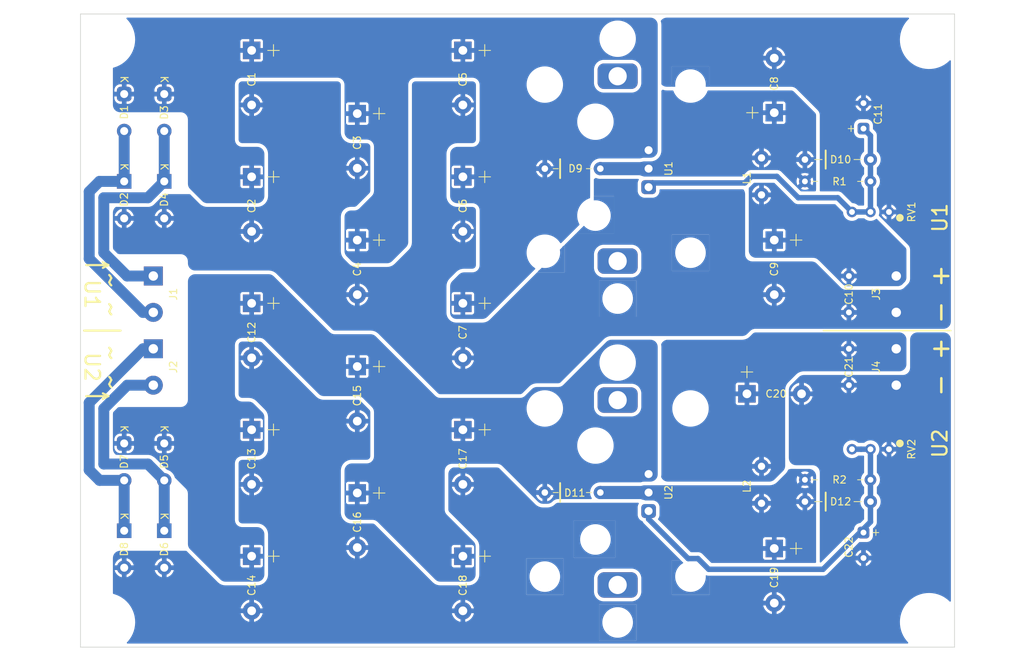
<source format=kicad_pcb>
(kicad_pcb (version 20211014) (generator pcbnew)
  (layers (0 "F.Cu" signal) (31 "B.Cu" signal) (34 "B.Paste" user) (35 "F.Paste" user) (36 "B.SilkS" user "B.Silkscreen") (37 "F.SilkS" user "F.Silkscreen") (38 "B.Mask" user) (39 "F.Mask" user) (44 "Edge.Cuts" user))
  (net 0 "")
  (net 1 "/pos1_u")
  (net 2 "/neg_1")
  (net 3 "/pos1_r")
  (net 4 "/pos1_f")
  (net 5 "/adj_1")
  (net 6 "/pos2_u")
  (net 7 "/neg2")
  (net 8 "/pos2_r")
  (net 9 "/pos2_f")
  (net 10 "/adj_2")
  (net 11 "/ac1_2")
  (net 12 "/ac1_1")
  (net 13 "/ac2_2")
  (net 14 "/ac2_1")
  (footprint "analoghifi:D_DO-41_SOD81_short_P9.0mm_Horiz_minSilk" (layer "F.Cu") (at 159.46 80)
    (fp_text reference "D10" (at 4.9 0) (layer "F.SilkS"))
    (fp_text value "1N4007")
    (fp_line (start 7.76 0) (end 6.74 0) (layer "F.SilkS") (width 0.12))
    (fp_line (start 2.85 -1.25) (end 2.85 1.25) (layer "F.SilkS") (width 0.254))
    (fp_line (start 1.34 0) (end 2.36 0) (layer "F.SilkS") (width 0.12))
    (pad "1" thru_hole oval (at 0 0) (size 1.8 1.8) (drill 0.9) (layers *.Cu *.Mask) (net 3 "/pos1_r"))
    (pad "2" thru_hole oval (at 9 0) (size 1.8 1.8) (drill 0.9) (layers *.Cu *.Mask) (net 5 "/adj_1"))
  )
  (footprint "analoghifi:CP_Radial_Black_D16.2mm_H36mm_P7.50mm_minimal_silk" (layer "F.Cu") (at 112.5 82.375 -90)
    (fp_text reference "C6" (at 4 0 -90) (layer "F.SilkS"))
    (fp_text value "2200µF")
    (fp_line (start -0.8 -3) (end 0.8 -3) (layer "F.SilkS") (width 0.12))
    (fp_line (start 0 -3.8) (end 0 -2.2) (layer "F.SilkS") (width 0.12))
    (pad "1" thru_hole rect (at 0 0 270) (size 2.4 2.4) (drill 1.2) (layers *.Cu *.Mask) (net 1 "/pos1_u"))
    (pad "2" thru_hole circle (at 7.5 0 315) (size 2.4 2.4) (drill 1.2) (layers *.Cu *.Mask) (net 2 "/neg_1"))
  )
  (footprint "Capacitor_THT:C_Rect_L7.2mm_W2.5mm_P5.00mm_FKS2_FKP2_MKS2_MKP2" (layer "F.Cu") (at 165.5 106 -90)
    (fp_text reference "C21" (at 2.5 0 90) (layer "F.SilkS"))
    (fp_text value "100nF")
    (pad "1" thru_hole circle (at 0 0 315) (size 1.6 1.6) (drill 0.8) (layers *.Cu *.Mask) (net 9 "/pos2_f"))
    (pad "2" thru_hole circle (at 5 0 315) (size 1.6 1.6) (drill 0.8) (layers *.Cu *.Mask) (net 7 "/neg2"))
  )
  (footprint "analoghifi:TO-220-2_Vertical_noSilk" (layer "F.Cu") (at 71.5 83 -90)
    (fp_text reference "D4" (at 2.5 0 -90) (layer "F.SilkS"))
    (fp_text value "BYW29-200")
    (fp_text user "K" (at -2 0 -90 unlocked) (layer "F.SilkS"))
    (pad "1" thru_hole rect (at 0 0 270) (size 2 2) (drill 1.1) (layers *.Cu *.Mask) (net 12 "/ac1_1"))
    (pad "2" thru_hole oval (at 5.08 0 270) (size 2 2) (drill 1.1) (layers *.Cu *.Mask) (net 2 "/neg_1"))
  )
  (footprint "analoghifi:Heatsink_Fischer_SK129-STS_42x25mm_2xDrill2.5mm_noSilk" (layer "F.Cu") (at 133.75 125.75 90)
    (fp_text reference "REF**" hide)
    (fp_text value "Heatsink_Fischer_SK129-STS_42x25mm_2xDrill2.5mm_noSilk")
    (pad "1" thru_hole roundrect (at 12.7 0 90) (size 3.5 5.5) (drill 2.5) (layers *.Cu *.Mask))
    (pad "1" thru_hole roundrect (at -12.7 0 270) (size 3.5 5.5) (drill 2.5) (layers *.Cu *.Mask))
  )
  (footprint "MountingHole:MountingHole_3.2mm_M3" (layer "F.Cu") (at 176.5 143.5)
    (fp_text reference "REF**" hide)
    (fp_text value "MountingHole_3.2mm_M3")
    (pad "" np_thru_hole circle locked (at 0 0) (size 3.2 3.2) (drill 3.2) (layers *.Cu *.Mask))
  )
  (footprint "analoghifi:TO-220-2_Vertical_noSilk" (layer "F.Cu") (at 71.5 71 -90)
    (fp_text reference "D3" (at 2.54 0 -90) (layer "F.SilkS"))
    (fp_text value "BYW29-200")
    (fp_text user "K" (at -2 0 -90 unlocked) (layer "F.SilkS"))
    (pad "1" thru_hole roundrect (at 0 0 270) (size 2 2) (drill 1.1) (layers *.Cu *.Mask) (net 1 "/pos1_u"))
    (pad "2" thru_hole oval (at 5.08 0 270) (size 2 2) (drill 1.1) (layers *.Cu *.Mask) (net 12 "/ac1_1"))
  )
  (footprint "analoghifi:TO-220-2_Vertical_noSilk" (layer "F.Cu") (at 66 131 -90)
    (fp_text reference "D8" (at 2.54 0 -90) (layer "F.SilkS"))
    (fp_text value "BYW29-200")
    (fp_text user "K" (at -2 0 -90 unlocked) (layer "F.SilkS"))
    (pad "1" thru_hole rect (at 0 0 270) (size 2 2) (drill 1.1) (layers *.Cu *.Mask) (net 14 "/ac2_1"))
    (pad "2" thru_hole oval (at 5.08 0 270) (size 2 2) (drill 1.1) (layers *.Cu *.Mask) (net 7 "/neg2"))
  )
  (footprint "MountingHole:MountingHole_4mm" (layer "F.Cu") (at 133.75 107.9)
    (fp_text reference "REF**" hide)
    (fp_text value "MountingHole_4mm")
    (pad "" np_thru_hole circle locked (at 0 0) (size 4 4) (drill 4) (layers *.Cu *.Mask))
  )
  (footprint "analoghifi:D_DO-41_SOD81_short_P9.0mm_Horiz_minSilk" (layer "F.Cu") (at 159.46 127)
    (fp_text reference "D12" (at 4.9 0) (layer "F.SilkS"))
    (fp_text value "1N4007")
    (fp_line (start 2.85 -1.25) (end 2.85 1.25) (layer "F.SilkS") (width 0.254))
    (fp_line (start 1.34 0) (end 2.36 0) (layer "F.SilkS") (width 0.12))
    (fp_line (start 7.76 0) (end 6.74 0) (layer "F.SilkS") (width 0.12))
    (pad "1" thru_hole oval (at 0 0) (size 1.8 1.8) (drill 0.9) (layers *.Cu *.Mask) (net 8 "/pos2_r"))
    (pad "2" thru_hole oval (at 9 0) (size 1.8 1.8) (drill 0.9) (layers *.Cu *.Mask) (net 10 "/adj_2"))
  )
  (footprint "MountingHole:MountingHole_4mm" (layer "F.Cu") (at 130.7 119.3)
    (fp_text reference "REF**" hide)
    (fp_text value "MountingHole_4mm")
    (pad "" np_thru_hole circle locked (at 0 0) (size 4 4) (drill 4) (layers *.Cu *.Mask))
  )
  (footprint "analoghifi:CP_Radial_Black_D16.2mm_H36mm_P7.50mm_minimal_silk" (layer "F.Cu") (at 98 73.6875 -90)
    (fp_text reference "C3" (at 4 0 -90) (layer "F.SilkS"))
    (fp_text value "2200µF")
    (fp_line (start -0.8 -3) (end 0.8 -3) (layer "F.SilkS") (width 0.12))
    (fp_line (start 0 -3.8) (end 0 -2.2) (layer "F.SilkS") (width 0.12))
    (pad "1" thru_hole rect (at 0 0 270) (size 2.4 2.4) (drill 1.2) (layers *.Cu *.Mask) (net 1 "/pos1_u"))
    (pad "2" thru_hole circle (at 7.5 0 315) (size 2.4 2.4) (drill 1.2) (layers *.Cu *.Mask) (net 2 "/neg_1"))
  )
  (footprint "analoghifi:CP_Radial_Black_D16.2mm_H36mm_P7.50mm_minimal_silk" (layer "F.Cu") (at 98 108.4375 -90)
    (fp_text reference "C15" (at 4 0 -90) (layer "F.SilkS"))
    (fp_text value "2200µF")
    (fp_line (start -0.8 -3) (end 0.8 -3) (layer "F.SilkS") (width 0.12))
    (fp_line (start 0 -3.8) (end 0 -2.2) (layer "F.SilkS") (width 0.12))
    (pad "1" thru_hole rect (at 0 0 270) (size 2.4 2.4) (drill 1.2) (layers *.Cu *.Mask) (net 6 "/pos2_u"))
    (pad "2" thru_hole circle (at 7.5 0 315) (size 2.4 2.4) (drill 1.2) (layers *.Cu *.Mask) (net 7 "/neg2"))
  )
  (footprint "Potentiometer_THT:Potentiometer_Bourns_3296W_Vertical" (layer "F.Cu") (at 171 87.2)
    (fp_text reference "RV1" (at 3.1 0 270) (layer "F.SilkS"))
    (fp_text value "5kΩ")
    (pad "1" thru_hole circle (at 0 0 45) (size 1.44 1.44) (drill 0.8) (layers *.Cu *.Mask) (net 2 "/neg_1"))
    (pad "2" thru_hole circle (at -2.54 0) (size 1.44 1.44) (drill 0.8) (layers *.Cu *.Mask) (net 5 "/adj_1"))
    (pad "3" thru_hole circle (at -5.08 0) (size 1.44 1.44) (drill 0.8) (layers *.Cu *.Mask) (net 5 "/adj_1"))
  )
  (footprint "MountingHole:MountingHole_4mm" (layer "F.Cu") (at 133.75 99.1)
    (fp_text reference "REF**" hide)
    (fp_text value "MountingHole_4mm")
    (pad "" np_thru_hole circle locked (at 0 0) (size 4 4) (drill 4) (layers *.Cu *.Mask))
  )
  (footprint "analoghifi:TerminalBlock_Phoenix_PT-1,5-2-5.0-H_1x02_P5.00mm_Horizontal_noSilk" (layer "F.Cu") (at 172 111 90)
    (fp_text reference "J4" (at 2.5 -2.75 90) (layer "F.SilkS"))
    (fp_text value "Screw_Terminal_01x02")
    (pad "1" thru_hole rect (at 0 0 90) (size 2.6 2.6) (drill 1.3) (layers *.Cu *.Mask) (net 7 "/neg2"))
    (pad "2" thru_hole circle (at 5 0 135) (size 2.6 2.6) (drill 1.3) (layers *.Cu *.Mask) (net 9 "/pos2_f"))
  )
  (footprint "MountingHole:MountingHole_4mm" (layer "F.Cu") (at 130.7 132.2)
    (fp_text reference "REF**" hide)
    (fp_text value "MountingHole_4mm")
    (pad "" np_thru_hole circle locked (at 0 0) (size 4 4) (drill 4) (layers *.Cu *.Mask))
  )
  (footprint "analoghifi:TerminalBlock_Phoenix_PT-1,5-2-5.0-H_1x02_P5.00mm_Horizontal_noSilk" (layer "F.Cu") (at 70 96 -90)
    (fp_text reference "J1" (at 2.5 -2.75 -90) (layer "F.SilkS"))
    (fp_text value "Screw_Terminal_01x02")
    (pad "1" thru_hole rect (at 0 0 270) (size 2.6 2.6) (drill 1.3) (layers *.Cu *.Mask) (net 12 "/ac1_1"))
    (pad "2" thru_hole circle (at 5 0 270) (size 2.6 2.6) (drill 1.3) (layers *.Cu *.Mask) (net 11 "/ac1_2"))
  )
  (footprint "analoghifi:CP_Radial_Black_D8.2mm_H12.0mm_P3.50mm_minimal_silk" (layer "F.Cu") (at 167.5 131.25 -90)
    (fp_text reference "C22" (at 2 2 -90) (layer "F.SilkS"))
    (fp_text value "100µF/50V")
    (fp_line (start 0 -2.1) (end 0 -1.3) (layer "F.SilkS") (width 0.12))
    (fp_line (start -0.4 -1.7) (end 0.4 -1.7) (layer "F.SilkS") (width 0.12))
    (pad "1" thru_hole roundrect (at 0 0 270) (size 1.6 1.6) (drill 0.8) (layers *.Cu *.Mask) (net 10 "/adj_2"))
    (pad "2" thru_hole circle (at 3.5 0 315) (size 1.6 1.6) (drill 0.8) (layers *.Cu *.Mask) (net 7 "/neg2"))
  )
  (footprint "analoghifi:L_Radial_D8mm_H10mm_P5.08mm_no_silk" (layer "F.Cu") (at 153.5 127.2275 90)
    (fp_text reference "L2" (at 2.33 -2 90) (layer "F.SilkS"))
    (fp_text value "?? µH / ??Ω")
    (pad "1" thru_hole circle (at 0 0 135) (size 2 2) (drill 1) (layers *.Cu *.Mask) (net 8 "/pos2_r"))
    (pad "2" thru_hole circle (at 5.08 0 135) (size 2 2) (drill 1) (layers *.Cu *.Mask) (net 9 "/pos2_f"))
  )
  (footprint "analoghifi:CP_Radial_Black_D16.2mm_H36mm_P7.50mm_minimal_silk" (layer "F.Cu") (at 83.5 134.5 -90)
    (fp_text reference "C14" (at 4 0 -90) (layer "F.SilkS"))
    (fp_text value "2200µF")
    (fp_line (start -0.8 -3) (end 0.8 -3) (layer "F.SilkS") (width 0.12))
    (fp_line (start 0 -3.8) (end 0 -2.2) (layer "F.SilkS") (width 0.12))
    (pad "1" thru_hole rect (at 0 0 270) (size 2.4 2.4) (drill 1.2) (layers *.Cu *.Mask) (net 6 "/pos2_u"))
    (pad "2" thru_hole circle (at 7.5 0 315) (size 2.4 2.4) (drill 1.2) (layers *.Cu *.Mask) (net 7 "/neg2"))
  )
  (footprint "analoghifi:CP_Radial_Black_D16.2mm_H36mm_P7.50mm_minimal_silk" (layer "F.Cu") (at 151.5 112.1875)
    (fp_text reference "C20" (at 4 0) (layer "F.SilkS"))
    (fp_text value "2200µF")
    (fp_line (start 0 -3.8) (end 0 -2.2) (layer "F.SilkS") (width 0.12))
    (fp_line (start -0.8 -3) (end 0.8 -3) (layer "F.SilkS") (width 0.12))
    (pad "1" thru_hole rect (at 0 0) (size 2.4 2.4) (drill 1.2) (layers *.Cu *.Mask) (net 9 "/pos2_f"))
    (pad "2" thru_hole circle (at 7.5 0 45) (size 2.4 2.4) (drill 1.2) (layers *.Cu *.Mask) (net 7 "/neg2"))
  )
  (footprint "MountingHole:MountingHole_4mm" (layer "F.Cu") (at 133.75 143.6)
    (fp_text reference "REF**" hide)
    (fp_text value "MountingHole_4mm")
    (pad "" np_thru_hole circle locked (at 0 0) (size 4 4) (drill 4) (layers *.Cu *.Mask))
  )
  (footprint "analoghifi:TO-220-2_Vertical_noSilk" (layer "F.Cu") (at 71.5 131 -90)
    (fp_text reference "D6" (at 2.54 0 -90) (layer "F.SilkS"))
    (fp_text value "BYW29-200")
    (fp_text user "K" (at -2 0 -90 unlocked) (layer "F.SilkS"))
    (pad "1" thru_hole rect (at 0 0 270) (size 2 2) (drill 1.1) (layers *.Cu *.Mask) (net 13 "/ac2_2"))
    (pad "2" thru_hole oval (at 5.08 0 270) (size 2 2) (drill 1.1) (layers *.Cu *.Mask) (net 7 "/neg2"))
  )
  (footprint "MountingHole:MountingHole_4mm" (layer "F.Cu") (at 123.75 137.3)
    (fp_text reference "REF**" hide)
    (fp_text value "MountingHole_4mm")
    (pad "" np_thru_hole circle locked (at 0 0) (size 4 4) (drill 4) (layers *.Cu *.Mask))
  )
  (footprint "analoghifi:R_Axial_Short_L6.3mm_D2.5mm_P9.0mm_Horiz_minSilk" (layer "F.Cu") (at 159.46 83)
    (fp_text reference "R1" (at 4.75 0.025) (layer "F.SilkS"))
    (fp_text value "200Ω")
    (fp_line (start 1 0) (end 1.77 0) (layer "F.SilkS") (width 0.12))
    (fp_line (start 8 0) (end 7.23 0) (layer "F.SilkS") (width 0.12))
    (pad "1" thru_hole circle (at 0 0) (size 1.6 1.6) (drill 0.8) (layers *.Cu *.Mask) (net 3 "/pos1_r"))
    (pad "2" thru_hole oval (at 9 0) (size 1.6 1.6) (drill 0.8) (layers *.Cu *.Mask) (net 5 "/adj_1"))
  )
  (footprint "MountingHole:MountingHole_4mm" (layer "F.Cu") (at 143.75 114.2)
    (fp_text reference "REF**" hide)
    (fp_text value "MountingHole_4mm")
    (pad "" np_thru_hole circle locked (at 0 0) (size 4 4) (drill 4) (layers *.Cu *.Mask))
  )
  (footprint "Package_TO_SOT_THT:TO-220-3_Vertical" (layer "F.Cu") (at 138 83.79 90)
    (fp_text reference "U1" (at 2.54 2.75 90) (layer "F.SilkS"))
    (fp_text value "LM338")
    (pad "1" thru_hole roundrect (at 0 0 90) (size 1.905 2) (drill 1.1) (layers *.Cu *.Mask) (net 5 "/adj_1"))
    (pad "2" thru_hole oval (at 2.54 0 90) (size 1.905 2) (drill 1.1) (layers *.Cu *.Mask) (net 3 "/pos1_r"))
    (pad "3" thru_hole oval (at 5.08 0 90) (size 1.905 2) (drill 1.1) (layers *.Cu *.Mask) (net 1 "/pos1_u"))
  )
  (footprint "MountingHole:MountingHole_4mm" (layer "F.Cu") (at 123.75 114.2)
    (fp_text reference "REF**" hide)
    (fp_text value "MountingHole_4mm")
    (pad "" np_thru_hole circle locked (at 0 0) (size 4 4) (drill 4) (layers *.Cu *.Mask))
  )
  (footprint "MountingHole:MountingHole_4mm" (layer "F.Cu") (at 143.75 137.3)
    (fp_text reference "REF**" hide)
    (fp_text value "MountingHole_4mm")
    (pad "" np_thru_hole circle locked (at 0 0) (size 4 4) (drill 4) (layers *.Cu *.Mask))
  )
  (footprint "analoghifi:CP_Radial_Black_D16.2mm_H36mm_P7.50mm_minimal_silk" (layer "F.Cu") (at 155.25 91.0625 -90)
    (fp_text reference "C9" (at 4 0 -90) (layer "F.SilkS"))
    (fp_text value "2200µF")
    (fp_line (start -0.8 -3) (end 0.8 -3) (layer "F.SilkS") (width 0.12))
    (fp_line (start 0 -3.8) (end 0 -2.2) (layer "F.SilkS") (width 0.12))
    (pad "1" thru_hole rect (at 0 0 270) (size 2.4 2.4) (drill 1.2) (layers *.Cu *.Mask) (net 4 "/pos1_f"))
    (pad "2" thru_hole circle (at 7.5 0 315) (size 2.4 2.4) (drill 1.2) (layers *.Cu *.Mask) (net 2 "/neg_1"))
  )
  (footprint "MountingHole:MountingHole_3.2mm_M3" (layer "F.Cu") (at 176.5 63.5)
    (fp_text reference "REF**" hide)
    (fp_text value "MountingHole_3.2mm_M3")
    (pad "" np_thru_hole circle locked (at 0 0) (size 3.2 3.2) (drill 3.2) (layers *.Cu *.Mask))
  )
  (footprint "analoghifi:CP_Radial_Black_D16.2mm_H36mm_P7.50mm_minimal_silk" (layer "F.Cu") (at 98 91.0625 -90)
    (fp_text reference "C4" (at 4 0 -90) (layer "F.SilkS"))
    (fp_text value "2200µF")
    (fp_line (start 0 -3.8) (end 0 -2.2) (layer "F.SilkS") (width 0.12))
    (fp_line (start -0.8 -3) (end 0.8 -3) (layer "F.SilkS") (width 0.12))
    (pad "1" thru_hole rect (at 0 0 270) (size 2.4 2.4) (drill 1.2) (layers *.Cu *.Mask) (net 1 "/pos1_u"))
    (pad "2" thru_hole circle (at 7.5 0 315) (size 2.4 2.4) (drill 1.2) (layers *.Cu *.Mask) (net 2 "/neg_1"))
  )
  (footprint "analoghifi:R_Axial_Short_L6.3mm_D2.5mm_P9.0mm_Horiz_minSilk" (layer "F.Cu") (at 159.46 124)
    (fp_text reference "R2" (at 4.75 0) (layer "F.SilkS"))
    (fp_text value "200Ω")
    (fp_line (start 1 0) (end 1.77 0) (layer "F.SilkS") (width 0.12))
    (fp_line (start 8 0) (end 7.23 0) (layer "F.SilkS") (width 0.12))
    (pad "1" thru_hole circle (at 0 0) (size 1.6 1.6) (drill 0.8) (layers *.Cu *.Mask) (net 8 "/pos2_r"))
    (pad "2" thru_hole oval (at 9 0) (size 1.6 1.6) (drill 0.8) (layers *.Cu *.Mask) (net 10 "/adj_2"))
  )
  (footprint "Potentiometer_THT:Potentiometer_Bourns_3296W_Vertical" (layer "F.Cu") (at 171 119.8)
    (fp_text reference "RV2" (at 3.1 0 270) (layer "F.SilkS"))
    (fp_text value "5kΩ")
    (pad "1" thru_hole circle (at 0 0 45) (size 1.44 1.44) (drill 0.8) (layers *.Cu *.Mask) (net 7 "/neg2"))
    (pad "2" thru_hole circle (at -2.54 0) (size 1.44 1.44) (drill 0.8) (layers *.Cu *.Mask) (net 10 "/adj_2"))
    (pad "3" thru_hole circle (at -5.08 0) (size 1.44 1.44) (drill 0.8) (layers *.Cu *.Mask) (net 10 "/adj_2"))
  )
  (footprint "analoghifi:CP_Radial_Black_D16.2mm_H36mm_P7.50mm_minimal_silk" (layer "F.Cu") (at 112.5 117.125 -90)
    (fp_text reference "C17" (at 4 0 -90) (layer "F.SilkS"))
    (fp_text value "2200µF")
    (fp_line (start 0 -3.8) (end 0 -2.2) (layer "F.SilkS") (width 0.12))
    (fp_line (start -0.8 -3) (end 0.8 -3) (layer "F.SilkS") (width 0.12))
    (pad "1" thru_hole rect (at 0 0 270) (size 2.4 2.4) (drill 1.2) (layers *.Cu *.Mask) (net 6 "/pos2_u"))
    (pad "2" thru_hole circle (at 7.5 0 315) (size 2.4 2.4) (drill 1.2) (layers *.Cu *.Mask) (net 7 "/neg2"))
  )
  (footprint "MountingHole:MountingHole_3.2mm_M3" (layer "F.Cu") (at 63.5 63.5)
    (fp_text reference "REF**" hide)
    (fp_text value "MountingHole_3.2mm_M3")
    (pad "" np_thru_hole circle locked (at 0 0) (size 3.2 3.2) (drill 3.2) (layers *.Cu *.Mask))
  )
  (footprint "analoghifi:TO-220-2_Vertical_noSilk" (layer "F.Cu") (at 66 83 -90)
    (fp_text reference "D2" (at 2.5 0 -90) (layer "F.SilkS"))
    (fp_text value "BYW29-200")
    (fp_text user "K" (at -2 0 -90 unlocked) (layer "F.SilkS"))
    (pad "1" thru_hole rect (at 0 0 270) (size 2 2) (drill 1.1) (layers *.Cu *.Mask) (net 11 "/ac1_2"))
    (pad "2" thru_hole oval (at 5.08 0 270) (size 2 2) (drill 1.1) (layers *.Cu *.Mask) (net 2 "/neg_1"))
  )
  (footprint "analoghifi:CP_Radial_Black_D16.2mm_H36mm_P7.50mm_minimal_silk" (layer "F.Cu") (at 83.5 65 -90)
    (fp_text reference "C1" (at 4 0 -90) (layer "F.SilkS"))
    (fp_text value "7x2200µF/50V=15400µF")
    (fp_line (start -0.8 -3) (end 0.8 -3) (layer "F.SilkS") (width 0.12))
    (fp_line (start 0 -3.8) (end 0 -2.2) (layer "F.SilkS") (width 0.12))
    (pad "1" thru_hole rect (at 0 0 270) (size 2.4 2.4) (drill 1.2) (layers *.Cu *.Mask) (net 1 "/pos1_u"))
    (pad "2" thru_hole circle (at 7.5 0 315) (size 2.4 2.4) (drill 1.2) (layers *.Cu *.Mask) (net 2 "/neg_1"))
  )
  (footprint "analoghifi:TO-220-2_Vertical_noSilk" (layer "F.Cu") (at 71.5 119 -90)
    (fp_text reference "D5" (at 2.5 0 -90) (layer "F.SilkS"))
    (fp_text value "4xBYW29-200")
    (fp_text user "K" (at -2 0 -90 unlocked) (layer "F.SilkS"))
    (pad "1" thru_hole roundrect (at 0 0 270) (size 2 2) (drill 1.1) (layers *.Cu *.Mask) (net 6 "/pos2_u"))
    (pad "2" thru_hole oval (at 5.08 0 270) (size 2 2) (drill 1.1) (layers *.Cu *.Mask) (net 13 "/ac2_2"))
  )
  (footprint "analoghifi:L_Radial_D8mm_H10mm_P5.08mm_no_silk" (layer "F.Cu") (at 153.5 79.7725 -90)
    (fp_text reference "L1" (at 2.75 2 90) (layer "F.SilkS"))
    (fp_text value "?? µH / ??Ω")
    (pad "1" thru_hole circle (at 0 0 315) (size 2 2) (drill 1) (layers *.Cu *.Mask) (net 3 "/pos1_r"))
    (pad "2" thru_hole circle (at 5.08 0 315) (size 2 2) (drill 1) (layers *.Cu *.Mask) (net 4 "/pos1_f"))
  )
  (footprint "MountingHole:MountingHole_4mm" (layer "F.Cu") (at 130.7 87.7)
    (fp_text reference "REF**" hide)
    (fp_text value "MountingHole_4mm")
    (pad "" np_thru_hole circle locked (at 0 0) (size 4 4) (drill 4) (layers *.Cu *.Mask))
  )
  (footprint "analoghifi:CP_Radial_Black_D16.2mm_H36mm_P7.50mm_minimal_silk" (layer "F.Cu") (at 83.5 117.125 -90)
    (fp_text reference "C13" (at 4 0 -90) (layer "F.SilkS"))
    (fp_text value "2200µF")
    (fp_line (start 0 -3.8) (end 0 -2.2) (layer "F.SilkS") (width 0.12))
    (fp_line (start -0.8 -3) (end 0.8 -3) (layer "F.SilkS") (width 0.12))
    (pad "1" thru_hole rect (at 0 0 270) (size 2.4 2.4) (drill 1.2) (layers *.Cu *.Mask) (net 6 "/pos2_u"))
    (pad "2" thru_hole circle (at 7.5 0 315) (size 2.4 2.4) (drill 1.2) (layers *.Cu *.Mask) (net 7 "/neg2"))
  )
  (footprint "MountingHole:MountingHole_4mm" (layer "F.Cu") (at 133.75 63.4)
    (fp_text reference "REF**" hide)
    (fp_text value "MountingHole_4mm")
    (pad "" np_thru_hole circle locked (at 0 0) (size 4 4) (drill 4) (layers *.Cu *.Mask))
  )
  (footprint "analoghifi:CP_Radial_Black_D16.2mm_H36mm_P7.50mm_minimal_silk" (layer "F.Cu") (at 155.25 73.5625 90)
    (fp_text reference "C8" (at 4 0 90) (layer "F.SilkS"))
    (fp_text value "2200µF")
    (fp_line (start 0 -3.8) (end 0 -2.2) (layer "F.SilkS") (width 0.12))
    (fp_line (start -0.8 -3) (end 0.8 -3) (layer "F.SilkS") (width 0.12))
    (pad "1" thru_hole rect (at 0 0 90) (size 2.4 2.4) (drill 1.2) (layers *.Cu *.Mask) (net 3 "/pos1_r"))
    (pad "2" thru_hole circle (at 7.5 0 135) (size 2.4 2.4) (drill 1.2) (layers *.Cu *.Mask) (net 2 "/neg_1"))
  )
  (footprint "analoghifi:Heatsink_Fischer_SK129-STS_42x25mm_2xDrill2.5mm_noSilk" (layer "F.Cu") (at 133.75 81.25 90)
    (fp_text reference "REF**" hide)
    (fp_text value "Heatsink_Fischer_SK129-STS_42x25mm_2xDrill2.5mm_noSilk")
    (pad "1" thru_hole roundrect (at -12.7 0 270) (size 3.5 5.5) (drill 2.5) (layers *.Cu *.Mask))
    (pad "1" thru_hole roundrect (at 12.7 0 90) (size 3.5 5.5) (drill 2.5) (layers *.Cu *.Mask))
  )
  (footprint "analoghifi:TerminalBlock_Phoenix_PT-1,5-2-5.0-H_1x02_P5.00mm_Horizontal_noSilk" (layer "F.Cu") (at 172 101 90)
    (fp_text reference "J3" (at 2.5 -2.75 90) (layer "F.SilkS"))
    (fp_text value "Screw_Terminal_01x02")
    (pad "1" thru_hole rect (at 0 0 90) (size 2.6 2.6) (drill 1.3) (layers *.Cu *.Mask) (net 2 "/neg_1"))
    (pad "2" thru_hole circle (at 5 0 135) (size 2.6 2.6) (drill 1.3) (layers *.Cu *.Mask) (net 4 "/pos1_f"))
  )
  (footprint "analoghifi:CP_Radial_Black_D16.2mm_H36mm_P7.50mm_minimal_silk" (layer "F.Cu") (at 155.25 133.4375 -90)
    (fp_text reference "C19" (at 4 0 -90) (layer "F.SilkS"))
    (fp_text value "2200µF")
    (fp_line (start 0 -3.8) (end 0 -2.2) (layer "F.SilkS") (width 0.12))
    (fp_line (start -0.8 -3) (end 0.8 -3) (layer "F.SilkS") (width 0.12))
    (pad "1" thru_hole rect (at 0 0 270) (size 2.4 2.4) (drill 1.2) (layers *.Cu *.Mask) (net 8 "/pos2_r"))
    (pad "2" thru_hole circle (at 7.5 0 315) (size 2.4 2.4) (drill 1.2) (layers *.Cu *.Mask) (net 7 "/neg2"))
  )
  (footprint "MountingHole:MountingHole_4mm" (layer "F.Cu") (at 130.7 74.8)
    (fp_text reference "REF**" hide)
    (fp_text value "MountingHole_4mm")
    (pad "" np_thru_hole circle locked (at 0 0) (size 4 4) (drill 4) (layers *.Cu *.Mask))
  )
  (footprint "analoghifi:CP_Radial_Black_D16.2mm_H36mm_P7.50mm_minimal_silk" (layer "F.Cu") (at 83.5 99.75 -90)
    (fp_text reference "C12" (at 4 0 -90) (layer "F.SilkS"))
    (fp_text value "7x2200µF/50V=15400µF")
    (fp_line (start -0.8 -3) (end 0.8 -3) (layer "F.SilkS") (width 0.12))
    (fp_line (start 0 -3.8) (end 0 -2.2) (layer "F.SilkS") (width 0.12))
    (pad "1" thru_hole rect (at 0 0 270) (size 2.4 2.4) (drill 1.2) (layers *.Cu *.Mask) (net 6 "/pos2_u"))
    (pad "2" thru_hole circle (at 7.5 0 315) (size 2.4 2.4) (drill 1.2) (layers *.Cu *.Mask) (net 7 "/neg2"))
  )
  (footprint "analoghifi:TO-220-2_Vertical_noSilk" (layer "F.Cu") (at 66 71 -90)
    (fp_text reference "D1" (at 2.5 0 -90) (layer "F.SilkS"))
    (fp_text value "4xBYW29-200")
    (fp_text user "K" (at -2 0 -90 unlocked) (layer "F.SilkS"))
    (pad "1" thru_hole roundrect (at 0 0 270) (size 2 2) (drill 1.1) (layers *.Cu *.Mask) (net 1 "/pos1_u"))
    (pad "2" thru_hole oval (at 5.08 0 270) (size 2 2) (drill 1.1) (layers *.Cu *.Mask) (net 11 "/ac1_2"))
  )
  (footprint "analoghifi:TerminalBlock_Phoenix_PT-1,5-2-5.0-H_1x02_P5.00mm_Horizontal_noSilk" (layer "F.Cu") (at 70 106 -90)
    (fp_text reference "J2" (at 2.5 -2.75 -90) (layer "F.SilkS"))
    (fp_text value "Screw_Terminal_01x02")
    (pad "1" thru_hole rect (at 0 0 270) (size 2.6 2.6) (drill 1.3) (layers *.Cu *.Mask) (net 14 "/ac2_1"))
    (pad "2" thru_hole circle (at 5 0 270) (size 2.6 2.6) (drill 1.3) (layers *.Cu *.Mask) (net 13 "/ac2_2"))
  )
  (footprint "analoghifi:D_DO-41_SOD81_very_short_P7.62mm_Horiz_V1_minSilk" (layer "F.Cu") (at 123.75 81.25)
    (fp_text reference "D9" (at 4.21 -0.01) (layer "F.SilkS"))
    (fp_text value "1N4007")
    (fp_line (start 1.15 0) (end 1.85 0) (layer "F.SilkS") (width 0.12))
    (fp_line (start 5.7 0) (end 6.4 0) (layer "F.SilkS") (width 0.12))
    (fp_line (start 2.1 -1.3) (end 2.1 1.3) (layer "F.SilkS") (width 0.254))
    (pad "1" thru_hole oval (at 0 0) (size 1.8 1.8) (drill 0.9) (layers *.Cu *.Mask) (net 1 "/pos1_u"))
    (pad "2" thru_hole oval (at 7.62 0) (size 1.8 1.8) (drill 0.9) (layers *.Cu *.Mask) (net 3 "/pos1_r"))
  )
  (footprint "analoghifi:CP_Radial_Black_D16.2mm_H36mm_P7.50mm_minimal_silk" (layer "F.Cu") (at 112.5 65 -90)
    (fp_text reference "C5" (at 4 0 -90) (layer "F.SilkS"))
    (fp_text value "2200µF")
    (fp_line (start -0.8 -3) (end 0.8 -3) (layer "F.SilkS") (width 0.12))
    (fp_line (start 0 -3.8) (end 0 -2.2) (layer "F.SilkS") (width 0.12))
    (pad "1" thru_hole rect (at 0 0 270) (size 2.4 2.4) (drill 1.2) (layers *.Cu *.Mask) (net 1 "/pos1_u"))
    (pad "2" thru_hole circle (at 7.5 0 315) (size 2.4 2.4) (drill 1.2) (layers *.Cu *.Mask) (net 2 "/neg_1"))
  )
  (footprint "MountingHole:MountingHole_4mm" (layer "F.Cu") (at 143.75 92.8)
    (fp_text reference "REF**" hide)
    (fp_text value "MountingHole_4mm")
    (pad "" np_thru_hole circle locked (at 0 0) (size 4 4) (drill 4) (layers *.Cu *.Mask))
  )
  (footprint "analoghifi:CP_Radial_Black_D8.2mm_H12.0mm_P3.50mm_minimal_silk" (layer "F.Cu") (at 167.5 75.75 90)
    (fp_text reference "C11" (at 2 2 90) (layer "F.SilkS"))
    (fp_text value "100µF/50V")
    (fp_line (start 0 -2.1) (end 0 -1.3) (layer "F.SilkS") (width 0.12))
    (fp_line (start -0.4 -1.7) (end 0.4 -1.7) (layer "F.SilkS") (width 0.12))
    (pad "1" thru_hole roundrect (at 0 0 90) (size 1.6 1.6) (drill 0.8) (layers *.Cu *.Mask) (net 5 "/adj_1"))
    (pad "2" thru_hole circle (at 3.5 0 135) (size 1.6 1.6) (drill 0.8) (layers *.Cu *.Mask) (net 2 "/neg_1"))
  )
  (footprint "MountingHole:MountingHole_3.2mm_M3" (layer "F.Cu") (at 63.5 143.5)
    (fp_text reference "REF**" hide)
    (fp_text value "MountingHole_3.2mm_M3")
    (pad "" np_thru_hole circle locked (at 0 0) (size 3.2 3.2) (drill 3.2) (layers *.Cu *.Mask))
  )
  (footprint "analoghifi:CP_Radial_Black_D16.2mm_H36mm_P7.50mm_minimal_silk" (layer "F.Cu") (at 112.5 99.75 -90)
    (fp_text reference "C7" (at 4 0 -90) (layer "F.SilkS"))
    (fp_text value "2200µF")
    (fp_line (start -0.8 -3) (end 0.8 -3) (layer "F.SilkS") (width 0.12))
    (fp_line (start 0 -3.8) (end 0 -2.2) (layer "F.SilkS") (width 0.12))
    (pad "1" thru_hole rect (at 0 0 270) (size 2.4 2.4) (drill 1.2) (layers *.Cu *.Mask) (net 1 "/pos1_u"))
    (pad "2" thru_hole circle (at 7.5 0 315) (size 2.4 2.4) (drill 1.2) (layers *.Cu *.Mask) (net 2 "/neg_1"))
  )
  (footprint "analoghifi:CP_Radial_Black_D16.2mm_H36mm_P7.50mm_minimal_silk" (layer "F.Cu") (at 83.5 82.375 -90)
    (fp_text reference "C2" (at 4 0 -90) (layer "F.SilkS"))
    (fp_text value "2200µF")
    (fp_line (start -0.8 -3) (end 0.8 -3) (layer "F.SilkS") (width 0.12))
    (fp_line (start 0 -3.8) (end 0 -2.2) (layer "F.SilkS") (width 0.12))
    (pad "1" thru_hole rect (at 0 0 270) (size 2.4 2.4) (drill 1.2) (layers *.Cu *.Mask) (net 1 "/pos1_u"))
    (pad "2" thru_hole circle (at 7.5 0 315) (size 2.4 2.4) (drill 1.2) (layers *.Cu *.Mask) (net 2 "/neg_1"))
  )
  (footprint "Capacitor_THT:C_Rect_L7.2mm_W2.5mm_P5.00mm_FKS2_FKP2_MKS2_MKP2" (layer "F.Cu") (at 165.5 96 -90)
    (fp_text reference "C10" (at 2.5 0 90) (layer "F.SilkS"))
    (fp_text value "100nF")
    (pad "1" thru_hole circle (at 0 0 315) (size 1.6 1.6) (drill 0.8) (layers *.Cu *.Mask) (net 4 "/pos1_f"))
    (pad "2" thru_hole circle (at 5 0 315) (size 1.6 1.6) (drill 0.8) (layers *.Cu *.Mask) (net 2 "/neg_1"))
  )
  (footprint "analoghifi:D_DO-41_SOD81_very_short_P7.62mm_Horiz_V1_minSilk" (layer "F.Cu") (at 123.75 125.75)
    (fp_text reference "D11" (at 4.11 0.05) (layer "F.SilkS"))
    (fp_text value "1N4007")
    (fp_line (start 2.1 -1.3) (end 2.1 1.3) (layer "F.SilkS") (width 0.254))
    (fp_line (start 5.7 0) (end 6.4 0) (layer "F.SilkS") (width 0.12))
    (fp_line (start 1.15 0) (end 1.85 0) (layer "F.SilkS") (width 0.12))
    (pad "1" thru_hole oval (at 0 0) (size 1.8 1.8) (drill 0.9) (layers *.Cu *.Mask) (net 6 "/pos2_u"))
    (pad "2" thru_hole oval (at 7.62 0) (size 1.8 1.8) (drill 0.9) (layers *.Cu *.Mask) (net 8 "/pos2_r"))
  )
  (footprint "analoghifi:TO-220-2_Vertical_noSilk" (layer "F.Cu") (at 66 119 -90)
    (fp_text reference "D7" (at 2.5 0 -90) (layer "F.SilkS"))
    (fp_text value "BYW29-200")
    (fp_text user "K" (at -2 0 -90 unlocked) (layer "F.SilkS"))
    (pad "1" thru_hole roundrect (at 0 0 270) (size 2 2) (drill 1.1) (layers *.Cu *.Mask) (net 6 "/pos2_u"))
    (pad "2" thru_hole oval (at 5.08 0 270) (size 2 2) (drill 1.1) (layers *.Cu *.Mask) (net 14 "/ac2_1"))
  )
  (footprint "analoghifi:CP_Radial_Black_D16.2mm_H36mm_P7.50mm_minimal_silk" (layer "F.Cu") (at 98 125.8125 -90)
    (fp_text reference "C16" (at 4 0 -90) (layer "F.SilkS"))
    (fp_text value "2200µF")
    (fp_line (start -0.8 -3) (end 0.8 -3) (layer "F.SilkS") (width 0.12))
    (fp_line (start 0 -3.8) (end 0 -2.2) (layer "F.SilkS") (width 0.12))
    (pad "1" thru_hole rect (at 0 0 270) (size 2.4 2.4) (drill 1.2) (layers *.Cu *.Mask) (net 6 "/pos2_u"))
    (pad "2" thru_hole circle (at 7.5 0 315) (size 2.4 2.4) (drill 1.2) (layers *.Cu *.Mask) (net 7 "/neg2"))
  )
  (footprint "MountingHole:MountingHole_4mm" (layer "F.Cu") (at 143.75 69.7)
    (fp_text reference "REF**" hide)
    (fp_text value "MountingHole_4mm")
    (pad "" np_thru_hole circle locked (at 0 0) (size 4 4) (drill 4) (layers *.Cu *.Mask))
  )
  (footprint "MountingHole:MountingHole_4mm" (layer "F.Cu") (at 123.75 69.7)
    (fp_text reference "REF**" hide)
    (fp_text value "MountingHole_4mm")
    (pad "" np_thru_hole circle locked (at 0 0) (size 4 4) (drill 4) (layers *.Cu *.Mask))
  )
  (footprint "analoghifi:CP_Radial_Black_D16.2mm_H36mm_P7.50mm_minimal_silk" (layer "F.Cu") (at 112.5 134.5 -90)
    (fp_text reference "C18" (at 4 0 -90) (layer "F.SilkS"))
    (fp_text value "2200µF")
    (fp_line (start 0 -3.8) (end 0 -2.2) (layer "F.SilkS") (width 0.12))
    (fp_line (start -0.8 -3) (end 0.8 -3) (layer "F.SilkS") (width 0.12))
    (pad "1" thru_hole rect (at 0 0 270) (size 2.4 2.4) (drill 1.2) (layers *.Cu *.Mask) (net 6 "/pos2_u"))
    (pad "2" thru_hole circle (at 7.5 0 315) (size 2.4 2.4) (drill 1.2) (layers *.Cu *.Mask) (net 7 "/neg2"))
  )
  (footprint "MountingHole:MountingHole_4mm" (layer "F.Cu") (at 123.75 92.8)
    (fp_text reference "REF**" hide)
    (fp_text value "MountingHole_4mm")
    (pad "" np_thru_hole circle locked (at 0 0) (size 4 4) (drill 4) (layers *.Cu *.Mask))
  )
  (footprint "Package_TO_SOT_THT:TO-220-3_Vertical" (layer "F.Cu") (at 138 128.29 90)
    (fp_text reference "U2" (at 2.54 2.75 90) (layer "F.SilkS"))
    (fp_text value "LM338")
    (pad "1" thru_hole roundrect (at 0 0 90) (size 1.905 2) (drill 1.1) (layers *.Cu *.Mask) (net 10 "/adj_2"))
    (pad "2" thru_hole oval (at 2.54 0 90) (size 1.905 2) (drill 1.1) (layers *.Cu *.Mask) (net 8 "/pos2_r"))
    (pad "3" thru_hole oval (at 5.08 0 90) (size 1.905 2) (drill 1.1) (layers *.Cu *.Mask) (net 6 "/pos2_u"))
  )
  (gr_circle (center 172.5 88) (end 172.95 88) (layer "F.SilkS") (width 0.15) (fill solid))
  (gr_line (start 179.5 103.5) (end 162 103.5) (layer "F.SilkS") (width 0.2))
  (gr_line (start 65.5 103.5) (end 60.5 103.5) (layer "F.SilkS") (width 0.3))
  (gr_circle (center 172.5 119) (end 172.95 119) (layer "F.SilkS") (width 0.15) (fill solid))
  (gr_line (start 180 60) (end 60 60) (layer "Edge.Cuts") (width 0.1))
  (gr_line (start 60 60) (end 60 147) (layer "Edge.Cuts") (width 0.1))
  (gr_line (start 180 147) (end 180 60) (layer "Edge.Cuts") (width 0.1))
  (gr_line (start 60 147) (end 180 147) (layer "Edge.Cuts") (width 0.1))
  (gr_text "U1" (at 178 88 90) (layer "F.SilkS") (effects (font (size 2 2) (thickness 0.3))))
  (gr_text "- +" (at 178 98.5 90) (layer "F.SilkS") (effects (font (size 2.5 2.5) (thickness 0.35))))
  (gr_text "- +" (at 178 108.5 90) (layer "F.SilkS") (effects (font (size 2.5 2.5) (thickness 0.35))))
  (gr_text " ~ " (at 64 106.5 90) (layer "F.SilkS") (effects (font (size 3 3) (thickness 0.3))))
  (gr_text " ~ " (at 64 100.5 90) (layer "F.SilkS") (effects (font (size 3 3) (thickness 0.3))))
  (gr_text "↓" (at 62 112.5 90) (layer "F.SilkS") (effects (font (size 4 2) (thickness 0.3))))
  (gr_text "U2" (at 61.6 108.5 270) (layer "F.SilkS") (effects (font (size 2 2) (thickness 0.3))))
  (gr_text "U2" (at 178 119.005 90) (layer "F.SilkS") (effects (font (size 2 2) (thickness 0.3))))
  (gr_text " ~ " (at 64 110.5 90) (layer "F.SilkS") (effects (font (size 3 3) (thickness 0.3))))
  (gr_text "↓" (at 62 94.5 90) (layer "F.SilkS") (effects (font (size 4 2) (thickness 0.3))))
  (gr_text " ~ " (at 64 96.5 90) (layer "F.SilkS") (effects (font (size 3 3) (thickness 0.3))))
  (gr_text "U1" (at 61.6 98.5 270) (layer "F.SilkS") (effects (font (size 2 2) (thickness 0.3))))
  (segment (start 131.37 81.25) (end 138 81.25) (width 1.8) (layer "B.Cu") (net 3))
  (segment (start 138 83.79) (end 138.58 83.21) (width 0.75) (layer "B.Cu") (net 5))
  (segment (start 168.46 87.2) (end 168.46 83) (width 0.75) (layer "B.Cu") (net 5))
  (segment (start 152.1 82.3125) (end 155.6125 82.3125) (width 0.75) (layer "B.Cu") (net 5))
  (segment (start 165.92 87.2) (end 168.46 87.2) (width 0.75) (layer "B.Cu") (net 5))
  (segment (start 151.2025 83.21) (end 152.1 82.3125) (width 0.75) (layer "B.Cu") (net 5))
  (segment (start 158.55 85.25) (end 163.97 85.25) (width 0.75) (layer "B.Cu") (net 5))
  (segment (start 168.46 83) (end 168.46 80) (width 0.75) (layer "B.Cu") (net 5))
  (segment (start 168.46 80) (end 168.46 76.71) (width 0.75) (layer "B.Cu") (net 5))
  (segment (start 168.46 76.71) (end 167.5 75.75) (width 0.75) (layer "B.Cu") (net 5))
  (segment (start 155.6125 82.3125) (end 158.55 85.25) (width 0.75) (layer "B.Cu") (net 5))
  (segment (start 163.97 85.25) (end 165.92 87.2) (width 0.75) (layer "B.Cu") (net 5))
  (segment (start 138.58 83.21) (end 151.2025 83.21) (width 0.75) (layer "B.Cu") (net 5))
  (segment (start 131.37 125.75) (end 138 125.75) (width 1.8) (layer "B.Cu") (net 8))
  (segment (start 144.774999 134.824999) (end 146.25 136.3) (width 0.75) (layer "B.Cu") (net 10))
  (segment (start 138 129.4) (end 143.424999 134.824999) (width 0.75) (layer "B.Cu") (net 10))
  (segment (start 168.46 119.8) (end 168.46 124) (width 0.75) (layer "B.Cu") (net 10))
  (segment (start 146.25 136.3) (end 161.95 136.3) (width 0.75) (layer "B.Cu") (net 10))
  (segment (start 168.46 124) (end 168.46 127) (width 0.75) (layer "B.Cu") (net 10))
  (segment (start 143.424999 134.824999) (end 144.774999 134.824999) (width 0.75) (layer "B.Cu") (net 10))
  (segment (start 165.92 119.8) (end 167.17 119.8) (width 0.75) (layer "B.Cu") (net 10))
  (segment (start 167.17 119.8) (end 168.46 119.8) (width 0.75) (layer "B.Cu") (net 10))
  (segment (start 168.46 129.79) (end 168.46 127) (width 0.75) (layer "B.Cu") (net 10))
  (segment (start 161.95 136.3) (end 168.46 129.79) (width 0.75) (layer "B.Cu") (net 10))
  (segment (start 138 128.29) (end 138 129.4) (width 0.75) (layer "B.Cu") (net 10))
  (segment (start 66 82.92) (end 66 76.08) (width 1.5) (layer "B.Cu") (net 11))
  (segment (start 68.57 101) (end 61.2 93.63) (width 1.5) (layer "B.Cu") (net 11))
  (segment (start 62.61 83) (end 66 83) (width 1.5) (layer "B.Cu") (net 11))
  (segment (start 61.2 84.41) (end 62.61 83) (width 1.5) (layer "B.Cu") (net 11))
  (segment (start 70 101) (end 68.57 101) (width 1.5) (layer "B.Cu") (net 11))
  (segment (start 61.2 93.63) (end 61.2 84.41) (width 1.5) (layer "B.Cu") (net 11))
  (segment (start 63.2 92.8) (end 63.2 85.25) (width 1.5) (layer "B.Cu") (net 12))
  (segment (start 71.5 76.08) (end 71.5 82.92) (width 1.5) (layer "B.Cu") (net 12))
  (segment (start 71.5 83) (end 71.5 82.92) (width 1.5) (layer "B.Cu") (net 12))
  (segment (start 63.2 85.25) (end 69.25 85.25) (width 1.5) (layer "B.Cu") (net 12))
  (segment (start 66.4 96) (end 63.2 92.8) (width 1.5) (layer "B.Cu") (net 12))
  (segment (start 70 96) (end 66.4 96) (width 1.5) (layer "B.Cu") (net 12))
  (segment (start 69.25 85.25) (end 71.5 83) (width 1.5) (layer "B.Cu") (net 12))
  (segment (start 69.25 121.83) (end 71.5 124.08) (width 1.5) (layer "B.Cu") (net 13))
  (segment (start 71.5 124.08) (end 71.5 130.92) (width 1.5) (layer "B.Cu") (net 13))
  (segment (start 66.427722 111) (end 63.2 114.227722) (width 1.5) (layer "B.Cu") (net 13))
  (segment (start 70 111) (end 66.427722 111) (width 1.5) (layer "B.Cu") (net 13))
  (segment (start 63.2 121.83) (end 69.25 121.83) (width 1.5) (layer "B.Cu") (net 13))
  (segment (start 63.2 114.227722) (end 63.2 121.83) (width 1.5) (layer "B.Cu") (net 13))
  (segment (start 61.2 122.66) (end 62.62 124.08) (width 1.5) (layer "B.Cu") (net 14))
  (segment (start 68.6 106) (end 61.2 113.4) (width 1.5) (layer "B.Cu") (net 14))
  (segment (start 70 106) (end 68.6 106) (width 1.5) (layer "B.Cu") (net 14))
  (segment (start 62.62 124.08) (end 66 124.08) (width 1.5) (layer "B.Cu") (net 14))
  (segment (start 61.2 113.4) (end 61.2 122.66) (width 1.5) (layer "B.Cu") (net 14))
  (segment (start 66 124.08) (end 66 131) (width 1.5) (layer "B.Cu") (net 14))
  (zone (net 2) (net_name "/neg_1") (layer "B.Cu") (priority 10) (connect_pads yes (clearance 0.1)) (min_thickness 0.1) (fill yes (thermal_gap 0.35) (thermal_bridge_width 0.65))
    (polygon (pts (xy 136.3 101.6) (xy 131.2 101.6) (xy 131.2 96.6) (xy 136.3 96.6)))
  )
  (zone (net 8) (net_name "/pos2_r") (layer "B.Cu") (connect_pads (clearance 0.5)) (min_thickness 0.2) (fill yes (thermal_gap 0.35) (thermal_bridge_width 0.65) (smoothing fillet) (radius 1))
    (polygon (pts (xy 161.000014 136.25) (xy 143.700014 136.249021) (xy 143.7 135.05) (xy 138 129.35) (xy 138 126.85) (xy 136.490441 126.651481) (xy 136.500307 124.750034) (xy 155 124.75) (xy 157.2 122.5) (xy 161 122.5)))
  )
  (zone (net 7) (net_name "/neg2") (layer "B.Cu") (priority 10) (connect_pads yes (clearance 0.1)) (min_thickness 0.1) (fill yes (thermal_gap 0.35) (thermal_bridge_width 0.65))
    (polygon (pts (xy 126.3 139.8) (xy 121.2 139.8) (xy 121.2 134.8) (xy 126.3 134.8)))
  )
  (zone (net 6) (net_name "/pos2_u") (layer "B.Cu") (priority 5) (connect_pads (clearance 0.5)) (min_thickness 0.2) (fill yes (thermal_gap 0.35) (thermal_bridge_width 0.65) (smoothing fillet) (radius 1))
    (polygon (pts (xy 94.5 104) (xy 100.25 104) (xy 109 112.75) (xy 120.75 112.75) (xy 122.25 111.25) (xy 126 111.25) (xy 132.5 104.75) (xy 139.25 104.75) (xy 139.25 124.25) (xy 136.95 124.25) (xy 134.55 126.65) (xy 125.15 126.65) (xy 124.5 127.3) (xy 123.1 127.3) (xy 117.6 121.8) (xy 110 121.8) (xy 110 128.5) (xy 114.25 132.75) (xy 114.25 138) (xy 109 138) (xy 100.5 129.5) (xy 96.25 129.5) (xy 96.25 121.75) (xy 100.3 121.75) (xy 100.3 114.3) (xy 98.5 112.5) (xy 93 112.5) (xy 85 104.5) (xy 81.2 104.5) (xy 81.2 113.25) (xy 83.5 113.25) (xy 85.25 115) (xy 85.25 120.75) (xy 81.2 120.75) (xy 81.2 130.5) (xy 85.25 130.5) (xy 85.25 138) (xy 79.5 138) (xy 74.75 133.25) (xy 74.75 125.5) (xy 70 120.75) (xy 64.45 120.75) (xy 64.45 114) (xy 70.5 114) (xy 74.75 114) (xy 74.75 95.75) (xy 86.25 95.75)))
  )
  (zone (net 2) (net_name "/neg_1") (layer "B.Cu") (priority 10) (connect_pads yes (clearance 0.1)) (min_thickness 0.1) (fill yes (thermal_gap 0.35) (thermal_bridge_width 0.65))
    (polygon (pts (xy 126.48 95.51) (xy 122.68 95.51) (xy 126.48 91.71)))
  )
  (zone (net 0) (net_name "") (layer "B.Cu") (connect_pads yes (clearance 0)) (min_thickness 0.0254)
    (keepout (tracks allowed) (vias not_allowed) (pads allowed) (copperpour not_allowed) (footprints allowed))
    (fill (thermal_gap 0.508) (thermal_bridge_width 0.508))
    (polygon (pts (xy 180.509258 63.555916) (xy 180.490145 63.165114) (xy 180.432987 62.778042) (xy 180.33833 62.398395) (xy 180.207078 62.029796) (xy 180.040484 61.675765) (xy 179.840137 61.33968) (xy 179.60795 61.02475) (xy 179.34614 60.73398) (xy 179.057205 60.470146) (xy 178.743903 60.235766) (xy 178.409225 60.033078) (xy 178.056366 59.864016) (xy 177.688693 59.730194) (xy 177.309716 59.63289) (xy 176.923052 59.573031) (xy 176.532393 59.55119) (xy 176.141466 59.567574) (xy 175.754005 59.622028) (xy 175.373706 59.714032) (xy 175.004201 59.842708) (xy 174.649015 60.006827) (xy 174.31154 60.204822) (xy 173.994996 60.434805) (xy 173.702405 60.694579) (xy 173.436561 60.981665) (xy 173.2 61.293323) (xy 172.99498 61.626577) (xy 172.823459 61.978248) (xy 172.687073 62.344978) (xy 172.587125 62.723266) (xy 172.524568 63.109503) (xy 172.5 63.5) (xy 172.513655 63.891031) (xy 172.565403 64.278863) (xy 172.65475 64.659795) (xy 172.780843 65.03019) (xy 172.942478 65.386513) (xy 173.138113 65.725362) (xy 173.36588 66.043504) (xy 173.623605 66.337901) (xy 173.908828 66.605743) (xy 174.218827 66.844474) (xy 174.550642 67.051815) (xy 174.901107 67.225787) (xy 175.266875 67.36473) (xy 175.644457 67.467317) (xy 176.030247 67.532568) (xy 176.420563 67.559862) (xy 176.81168 67.548937) (xy 177.199864 67.499898) (xy 177.581411 67.413213) (xy 177.952677 67.289709) (xy 178.310119 67.130565) (xy 178.650326 66.937301) (xy 178.97005 66.71176) (xy 179.266239 66.456097) (xy 179.536066 66.172751) (xy 179.776956 65.864426) (xy 179.986608 65.534066) (xy 180.163023 65.184825) (xy 180.304515 64.820035) (xy 180.409736 64.443179) (xy 180.477679 64.057854) (xy 180.507697 63.667737)))
  )
  (zone (net 0) (net_name "") (layer "B.Cu") (connect_pads yes (clearance 0)) (min_thickness 0.0254)
    (keepout (tracks allowed) (vias not_allowed) (pads allowed) (copperpour not_allowed) (footprints allowed))
    (fill (thermal_gap 0.508) (thermal_bridge_width 0.508))
    (polygon (pts (xy 67.509258 143.555916) (xy 67.490145 143.165114) (xy 67.432987 142.778042) (xy 67.33833 142.398395) (xy 67.207078 142.029796) (xy 67.040484 141.675765) (xy 66.840137 141.33968) (xy 66.60795 141.02475) (xy 66.34614 140.73398) (xy 66.057205 140.470146) (xy 65.743903 140.235766) (xy 65.409225 140.033078) (xy 65.056366 139.864016) (xy 64.688693 139.730194) (xy 64.309716 139.63289) (xy 63.923052 139.573031) (xy 63.532393 139.55119) (xy 63.141466 139.567574) (xy 62.754005 139.622028) (xy 62.373706 139.714032) (xy 62.004201 139.842708) (xy 61.649015 140.006827) (xy 61.31154 140.204822) (xy 60.994996 140.434805) (xy 60.702405 140.694579) (xy 60.436561 140.981665) (xy 60.2 141.293323) (xy 59.99498 141.626577) (xy 59.823459 141.978248) (xy 59.687073 142.344978) (xy 59.587125 142.723266) (xy 59.524568 143.109503) (xy 59.5 143.5) (xy 59.513655 143.891031) (xy 59.565403 144.278863) (xy 59.65475 144.659795) (xy 59.780843 145.03019) (xy 59.942478 145.386513) (xy 60.138113 145.725362) (xy 60.36588 146.043504) (xy 60.623605 146.337901) (xy 60.908828 146.605743) (xy 61.218827 146.844474) (xy 61.550642 147.051815) (xy 61.901107 147.225787) (xy 62.266875 147.36473) (xy 62.644457 147.467317) (xy 63.030247 147.532568) (xy 63.420563 147.559862) (xy 63.81168 147.548937) (xy 64.199864 147.499898) (xy 64.581411 147.413213) (xy 64.952677 147.289709) (xy 65.310119 147.130565) (xy 65.650326 146.937301) (xy 65.97005 146.71176) (xy 66.266239 146.456097) (xy 66.536066 146.172751) (xy 66.776956 145.864426) (xy 66.986608 145.534066) (xy 67.163023 145.184825) (xy 67.304515 144.820035) (xy 67.409736 144.443179) (xy 67.477679 144.057854) (xy 67.507697 143.667737)))
  )
  (zone (net 2) (net_name "/neg_1") (layer "B.Cu") (priority 10) (connect_pads yes (clearance 0.1)) (min_thickness 0.1) (fill yes (thermal_gap 0.35) (thermal_bridge_width 0.65))
    (polygon (pts (xy 146.3 70) (xy 141.2 70) (xy 141.2 67.2) (xy 146.3 67.2)))
  )
  (zone (net 7) (net_name "/neg2") (layer "B.Cu") (priority 10) (connect_pads yes (clearance 0.1)) (min_thickness 0.1) (fill yes (thermal_gap 0.35) (thermal_bridge_width 0.65))
    (polygon (pts (xy 146.375 137) (xy 146.375 139.8) (xy 141.2 139.8) (xy 141.2 135.05) (xy 143.5 135.05) (xy 143.5 137)))
  )
  (zone (net 0) (net_name "") (layer "B.Cu") (connect_pads yes (clearance 0)) (min_thickness 0.0254)
    (keepout (tracks allowed) (vias not_allowed) (pads allowed) (copperpour not_allowed) (footprints allowed))
    (fill (thermal_gap 0.508) (thermal_bridge_width 0.508))
    (polygon (pts (xy 180.509258 143.555916) (xy 180.490145 143.165114) (xy 180.432987 142.778042) (xy 180.33833 142.398395) (xy 180.207078 142.029796) (xy 180.040484 141.675765) (xy 179.840137 141.33968) (xy 179.60795 141.02475) (xy 179.34614 140.73398) (xy 179.057205 140.470146) (xy 178.743903 140.235766) (xy 178.409225 140.033078) (xy 178.056366 139.864016) (xy 177.688693 139.730194) (xy 177.309716 139.63289) (xy 176.923052 139.573031) (xy 176.532393 139.55119) (xy 176.141466 139.567574) (xy 175.754005 139.622028) (xy 175.373706 139.714032) (xy 175.004201 139.842708) (xy 174.649015 140.006827) (xy 174.31154 140.204822) (xy 173.994996 140.434805) (xy 173.702405 140.694579) (xy 173.436561 140.981665) (xy 173.2 141.293323) (xy 172.99498 141.626577) (xy 172.823459 141.978248) (xy 172.687073 142.344978) (xy 172.587125 142.723266) (xy 172.524568 143.109503) (xy 172.5 143.5) (xy 172.513655 143.891031) (xy 172.565403 144.278863) (xy 172.65475 144.659795) (xy 172.780843 145.03019) (xy 172.942478 145.386513) (xy 173.138113 145.725362) (xy 173.36588 146.043504) (xy 173.623605 146.337901) (xy 173.908828 146.605743) (xy 174.218827 146.844474) (xy 174.550642 147.051815) (xy 174.901107 147.225787) (xy 175.266875 147.36473) (xy 175.644457 147.467317) (xy 176.030247 147.532568) (xy 176.420563 147.559862) (xy 176.81168 147.548937) (xy 177.199864 147.499898) (xy 177.581411 147.413213) (xy 177.952677 147.289709) (xy 178.310119 147.130565) (xy 178.650326 146.937301) (xy 178.97005 146.71176) (xy 179.266239 146.456097) (xy 179.536066 146.172751) (xy 179.776956 145.864426) (xy 179.986608 145.534066) (xy 180.163023 145.184825) (xy 180.304515 144.820035) (xy 180.409736 144.443179) (xy 180.477679 144.057854) (xy 180.507697 143.667737)))
  )
  (zone (net 7) (net_name "/neg2") (layer "B.Cu") (priority 10) (connect_pads yes (clearance 0.1)) (min_thickness 0.1) (fill yes (thermal_gap 0.35) (thermal_bridge_width 0.65))
    (polygon (pts (xy 136.3 146.1) (xy 131.2 146.1) (xy 131.2 141.1) (xy 136.3 141.1)))
  )
  (zone (net 0) (net_name "") (layer "B.Cu") (connect_pads yes (clearance 0)) (min_thickness 0.0254)
    (keepout (tracks allowed) (vias not_allowed) (pads allowed) (copperpour not_allowed) (footprints allowed))
    (fill (thermal_gap 0.508) (thermal_bridge_width 0.508))
    (polygon (pts (xy 67.504824 63.5) (xy 67.485711 63.109198) (xy 67.428553 62.722126) (xy 67.333896 62.342479) (xy 67.202644 61.97388) (xy 67.03605 61.619849) (xy 66.835703 61.283764) (xy 66.603516 60.968834) (xy 66.341706 60.678064) (xy 66.052771 60.41423) (xy 65.739469 60.17985) (xy 65.404791 59.977162) (xy 65.051932 59.8081) (xy 64.684259 59.674278) (xy 64.305282 59.576974) (xy 63.918618 59.517115) (xy 63.527959 59.495274) (xy 63.137032 59.511658) (xy 62.749571 59.566112) (xy 62.369272 59.658116) (xy 61.999767 59.786792) (xy 61.644581 59.950911) (xy 61.307106 60.148906) (xy 60.990562 60.378889) (xy 60.697971 60.638663) (xy 60.432127 60.925749) (xy 60.195566 61.237407) (xy 59.990546 61.570661) (xy 59.819025 61.922332) (xy 59.682639 62.289062) (xy 59.582691 62.66735) (xy 59.520134 63.053587) (xy 59.495566 63.444084) (xy 59.509221 63.835115) (xy 59.560969 64.222947) (xy 59.650316 64.603879) (xy 59.776409 64.974274) (xy 59.938044 65.330597) (xy 60.133679 65.669446) (xy 60.361446 65.987588) (xy 60.619171 66.281985) (xy 60.904394 66.549827) (xy 61.214393 66.788558) (xy 61.546208 66.995899) (xy 61.896673 67.169871) (xy 62.262441 67.308814) (xy 62.640023 67.411401) (xy 63.025813 67.476652) (xy 63.416129 67.503946) (xy 63.807246 67.493021) (xy 64.19543 67.443982) (xy 64.576977 67.357297) (xy 64.948243 67.233793) (xy 65.305685 67.074649) (xy 65.645892 66.881385) (xy 65.965616 66.655844) (xy 66.261805 66.400181) (xy 66.531632 66.116835) (xy 66.772522 65.80851) (xy 66.982174 65.47815) (xy 67.158589 65.128909) (xy 67.300081 64.764119) (xy 67.405302 64.387263) (xy 67.473245 64.001938) (xy 67.503263 63.611821)))
  )
  (zone (net 4) (net_name "/pos1_f") (layer "B.Cu") (priority 3) (connect_pads (clearance 0.5)) (min_thickness 0.2) (fill yes (thermal_gap 0.35) (thermal_bridge_width 0.65) (smoothing fillet) (radius 1))
    (polygon (pts (xy 156 82.5) (xy 159 85.5) (xy 164.25 85.5) (xy 166.05 87.3) (xy 168.9 87.3) (xy 173.4 91.8) (xy 173.4 96.6) (xy 172.6 97.4) (xy 164.9 97.4) (xy 161 93.5) (xy 151.75 93.5) (xy 151.75 85) (xy 151.75 82.5)))
  )
  (zone (net 2) (net_name "/neg_1") (layer "B.Cu") (priority 4) (connect_pads (clearance 0.5)) (min_thickness 0.2) (fill yes (thermal_gap 0.35) (thermal_bridge_width 0.65) (smoothing fillet) (radius 1))
    (polygon (pts (xy 179.5 103.25) (xy 152.25 103.25) (xy 151.25 104.25) (xy 132.5 104.25) (xy 125.75 111) (xy 122 111) (xy 120.5 112.5) (xy 109 112.5) (xy 100.5 104) (xy 94.5 104) (xy 85.75 95.25) (xy 74.75 95.25) (xy 74.75 93) (xy 72.5 93) (xy 64.45 93) (xy 64.45 86.3) (xy 69.75 86.3) (xy 71.3 84.75) (xy 75.75 84.75) (xy 77.25 86.25) (xy 85.25 86.25) (xy 85.25 78.25) (xy 81.5 78.25) (xy 81.5 69) (xy 114.5 69) (xy 114.5 102.25) (xy 115.75 102.25) (xy 130.2 87.75) (xy 130.2 82.4) (xy 136.85 82.4) (xy 136.85 83.75) (xy 151.25 83.75) (xy 151.25 94) (xy 160.8 94) (xy 164.7 97.9) (xy 172.8 97.9) (xy 173.9 96.8) (xy 173.9 92) (xy 169.1 87.2) (xy 165.95 87.2) (xy 164 85.25) (xy 161.5 85.25) (xy 161.5 73.5) (xy 158 70) (xy 139.5 70) (xy 139.5 60.5) (xy 179.5 60.5)))
  )
  (zone (net 2) (net_name "/neg_1") (layer "B.Cu") (priority 10) (connect_pads yes (clearance 0.1)) (min_thickness 0.1) (fill yes (thermal_gap 0.35) (thermal_bridge_width 0.65))
    (polygon (pts (xy 146.3 95.3) (xy 141.2 95.3) (xy 141.2 90.3) (xy 146.3 90.3)))
  )
  (zone (net 7) (net_name "/neg2") (layer "B.Cu") (priority 4) (connect_pads (clearance 0.5)) (min_thickness 0.2) (fill yes (thermal_gap 0.35) (thermal_bridge_width 0.65) (smoothing fillet) (radius 1))
    (polygon (pts (xy 92.75 112.75) (xy 98.25 112.75) (xy 100 114.5) (xy 100 121.5) (xy 96 121.5) (xy 96 129.75) (xy 100.25 129.75) (xy 108.75 138.25) (xy 114.5 138.25) (xy 114.5 132.75) (xy 110.5 128.75) (xy 110.5 122.25) (xy 117.4 122.25) (xy 123.4 127.15) (xy 137.9 127.15) (xy 137.9 129.6) (xy 143.5 135.2) (xy 143.5 136.5) (xy 161.5 136.5) (xy 161.5 122) (xy 157.25 122) (xy 157.25 111.25) (xy 158.9 109.6) (xy 173.9 109.6) (xy 173.9 103.75) (xy 179.5 103.75) (xy 179.5 146.5) (xy 64.45 146.5) (xy 64.45 133.75) (xy 74.75 133.75) (xy 79.25 138.25) (xy 85.5 138.25) (xy 85.5 130.25) (xy 81.5 130.25) (xy 81.5 121) (xy 85.5 121) (xy 85.5 114.75) (xy 83.75 113) (xy 81.5 113) (xy 81.5 104.75) (xy 84.75 104.75)))
  )
  (zone (net 3) (net_name "/pos1_r") (layer "B.Cu") (priority 3) (connect_pads (clearance 0.5)) (min_thickness 0.2) (fill yes (thermal_gap 0.35) (thermal_bridge_width 0.65) (smoothing fillet) (radius 1))
    (polygon (pts (xy 161 73.45) (xy 161 85) (xy 158.8 85) (xy 156.1 82.25) (xy 151.25 82.25) (xy 150.25 83.25) (xy 138.75 83.25) (xy 138.75 82.75) (xy 136.25 82) (xy 136.25 80.5) (xy 138.25 80.03) (xy 139.45 80.03) (xy 139.45 70.25) (xy 157.8 70.25)))
  )
  (zone (net 7) (net_name "/neg2") (layer "B.Cu") (priority 10) (connect_pads yes (clearance 0.1)) (min_thickness 0.1) (fill yes (thermal_gap 0.35) (thermal_bridge_width 0.65))
    (polygon (pts (xy 133.4 134.7) (xy 127.7 134.7) (xy 127.7 129.6) (xy 133.4 129.6)))
  )
  (zone (net 2) (net_name "/neg_1") (layer "B.Cu") (priority 10) (connect_pads yes (clearance 0.1)) (min_thickness 0.1) (fill yes (thermal_gap 0.35) (thermal_bridge_width 0.65))
    (polygon (pts (xy 133.25 90.2) (xy 128 90.2) (xy 129.7 88.5) (xy 130.475 88) (xy 130.475 85.025) (xy 133.25 85.025)))
  )
  (zone (net 9) (net_name "/pos2_f") (layer "B.Cu") (priority 3) (connect_pads (clearance 0.5)) (min_thickness 0.2) (fill yes (thermal_gap 0.35) (thermal_bridge_width 0.65) (smoothing fillet) (radius 1))
    (polygon (pts (xy 173.4 109.1) (xy 159.15 109.1) (xy 156.75 111.5) (xy 156.75 122.5) (xy 155 124.25) (xy 139.65 124.25) (xy 139.65 104.75) (xy 151.25 104.75) (xy 152.25 103.75) (xy 173.4 103.75)))
  )
  (zone (net 1) (net_name "/pos1_u") (layer "B.Cu") (priority 5) (connect_pads (clearance 0.5)) (min_thickness 0.2) (fill yes (thermal_gap 0.35) (thermal_bridge_width 0.65) (smoothing fillet) (radius 1))
    (polygon (pts (xy 139.25 79.75) (xy 137.25 79.75) (xy 135.5 80.15) (xy 129.975 80.15) (xy 129.975 87.5) (xy 115.575 101.9) (xy 111.25 101.9) (xy 110.75 101.4) (xy 110.75 97) (xy 112.25 95.5) (xy 114.8 95.5) (xy 114.8 86) (xy 110.75 86) (xy 110.75 78.25) (xy 114.8 78.25) (xy 114.8 68.75) (xy 105 68.75) (xy 105 81.75) (xy 105 91.75) (xy 102.5 94.25) (xy 97.5 94.25) (xy 96.25 93) (xy 96.25 87) (xy 98 87) (xy 100.3 84.7) (xy 100.3 77.25) (xy 96.25 77.25) (xy 96.25 68.75) (xy 81.2 68.75) (xy 81.2 78.25) (xy 85.25 78.25) (xy 85.25 86) (xy 77 86) (xy 74.75 83.75) (xy 74.75 73.5) (xy 64.45 73.5) (xy 64.45 60.5) (xy 139.25 60.5)))
  )
)
</source>
